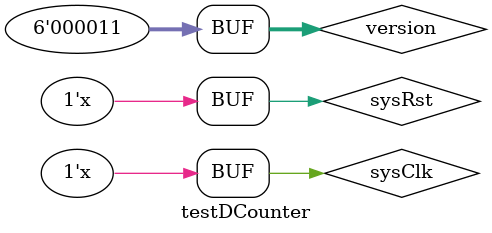
<source format=v>

`timescale 1us/1us
module DCounter#(
    parameter COUNTER_BIT=4
)(
	input sysClk,
	input rst,
    output [COUNTER_BIT-1:0]counter
);
    DFF D1(
        .C(sysClk), 
        ._CLR(~rst),
        .D(~counter[0]),
        .Q(counter[0])
    );
    generate 
        genvar i;
        for (i=1;i<COUNTER_BIT;i=i+1)begin : DFlipArray
            DFF U1(
                .C(~counter[i-1]), 
                ._CLR(~rst),
                .D(~counter[i]),
                .Q(counter[i])
            );
        end
    endgenerate
endmodule


module testDCounter();
    reg sysClk;
    reg sysRst;
    reg [5:0]  version;
    wire [6:0] counter;
    DCounter#(7)U1(sysClk,sysRst,counter); 
    initial begin
        version=3;
        sysClk=0;
        sysRst=1;
        #1
        sysRst=0;
        #30 sysRst=1;
        #15 sysRst=0;
    end
    always begin
        #5
        sysClk= ~sysClk;
    end
    always begin
        #1000 sysRst=~sysRst;
        #1 sysRst=~sysRst;
    end
endmodule


</source>
